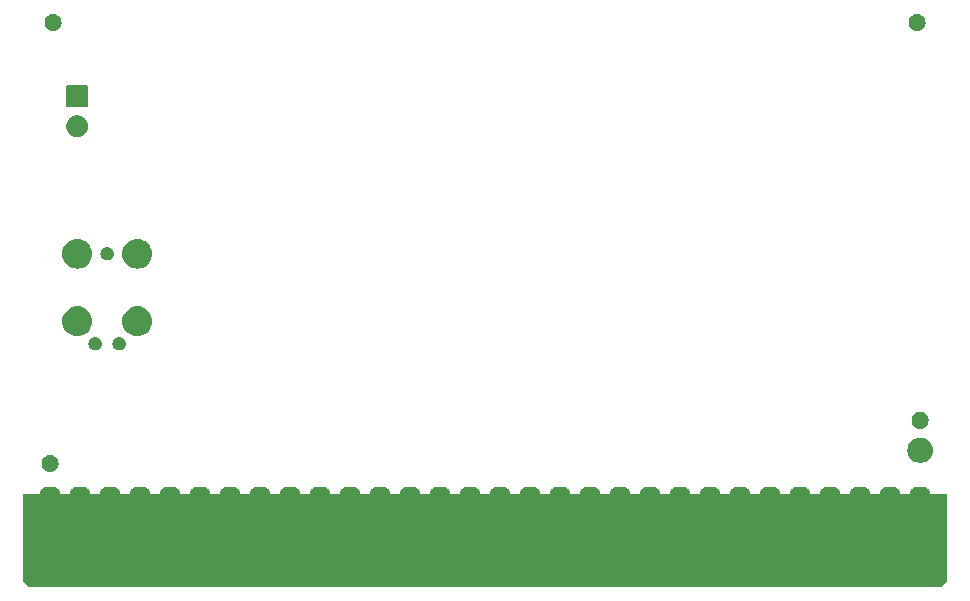
<source format=gbs>
G04 #@! TF.GenerationSoftware,KiCad,Pcbnew,7.0.10*
G04 #@! TF.CreationDate,2024-02-07T20:48:26-05:00*
G04 #@! TF.ProjectId,RAM2E,52414d32-452e-46b6-9963-61645f706362,2.1*
G04 #@! TF.SameCoordinates,Original*
G04 #@! TF.FileFunction,Soldermask,Bot*
G04 #@! TF.FilePolarity,Negative*
%FSLAX46Y46*%
G04 Gerber Fmt 4.6, Leading zero omitted, Abs format (unit mm)*
G04 Created by KiCad (PCBNEW 7.0.10) date 2024-02-07 20:48:26*
%MOMM*%
%LPD*%
G01*
G04 APERTURE LIST*
G04 APERTURE END LIST*
G36*
X201125999Y-131543771D02*
G01*
X201137712Y-131547869D01*
X201148592Y-131549176D01*
X201204857Y-131571364D01*
X201254635Y-131588782D01*
X201261071Y-131593532D01*
X201264788Y-131594998D01*
X201327758Y-131642749D01*
X201364289Y-131669711D01*
X201391259Y-131706253D01*
X201439001Y-131769211D01*
X201440466Y-131772926D01*
X201445218Y-131779365D01*
X201462642Y-131829162D01*
X201484822Y-131885406D01*
X201486127Y-131896280D01*
X201490229Y-131908001D01*
X201498200Y-131993000D01*
X201498200Y-132042804D01*
X201535396Y-132080000D01*
X202324603Y-132080000D01*
X202361800Y-132042803D01*
X202361800Y-131996798D01*
X202361800Y-131993000D01*
X202369771Y-131908001D01*
X202373869Y-131896288D01*
X202375176Y-131885407D01*
X202397367Y-131829133D01*
X202414782Y-131779365D01*
X202419531Y-131772929D01*
X202420998Y-131769211D01*
X202468777Y-131706204D01*
X202495711Y-131669711D01*
X202532204Y-131642777D01*
X202595211Y-131594998D01*
X202598929Y-131593531D01*
X202605365Y-131588782D01*
X202655140Y-131571365D01*
X202711406Y-131549177D01*
X202722284Y-131547870D01*
X202734001Y-131543771D01*
X202819000Y-131535800D01*
X203581000Y-131535800D01*
X203665999Y-131543771D01*
X203677712Y-131547869D01*
X203688592Y-131549176D01*
X203744857Y-131571364D01*
X203794635Y-131588782D01*
X203801071Y-131593532D01*
X203804788Y-131594998D01*
X203867758Y-131642749D01*
X203904289Y-131669711D01*
X203931259Y-131706253D01*
X203979001Y-131769211D01*
X203980466Y-131772926D01*
X203985218Y-131779365D01*
X204002642Y-131829162D01*
X204024822Y-131885406D01*
X204026127Y-131896280D01*
X204030229Y-131908001D01*
X204038200Y-131993000D01*
X204038200Y-132042804D01*
X204075396Y-132080000D01*
X204864603Y-132080000D01*
X204901800Y-132042803D01*
X204901800Y-131996798D01*
X204901800Y-131993000D01*
X204909771Y-131908001D01*
X204913869Y-131896288D01*
X204915176Y-131885407D01*
X204937367Y-131829133D01*
X204954782Y-131779365D01*
X204959531Y-131772929D01*
X204960998Y-131769211D01*
X205008777Y-131706204D01*
X205035711Y-131669711D01*
X205072204Y-131642777D01*
X205135211Y-131594998D01*
X205138929Y-131593531D01*
X205145365Y-131588782D01*
X205195140Y-131571365D01*
X205251406Y-131549177D01*
X205262284Y-131547870D01*
X205274001Y-131543771D01*
X205359000Y-131535800D01*
X206121000Y-131535800D01*
X206205999Y-131543771D01*
X206217712Y-131547869D01*
X206228592Y-131549176D01*
X206284857Y-131571364D01*
X206334635Y-131588782D01*
X206341071Y-131593532D01*
X206344788Y-131594998D01*
X206407758Y-131642749D01*
X206444289Y-131669711D01*
X206471259Y-131706253D01*
X206519001Y-131769211D01*
X206520466Y-131772926D01*
X206525218Y-131779365D01*
X206542642Y-131829162D01*
X206564822Y-131885406D01*
X206566127Y-131896280D01*
X206570229Y-131908001D01*
X206578200Y-131993000D01*
X206578200Y-132042804D01*
X206615396Y-132080000D01*
X207404603Y-132080000D01*
X207441800Y-132042803D01*
X207441800Y-131996798D01*
X207441800Y-131993000D01*
X207449771Y-131908001D01*
X207453869Y-131896288D01*
X207455176Y-131885407D01*
X207477367Y-131829133D01*
X207494782Y-131779365D01*
X207499531Y-131772929D01*
X207500998Y-131769211D01*
X207548777Y-131706204D01*
X207575711Y-131669711D01*
X207612204Y-131642777D01*
X207675211Y-131594998D01*
X207678929Y-131593531D01*
X207685365Y-131588782D01*
X207735140Y-131571365D01*
X207791406Y-131549177D01*
X207802284Y-131547870D01*
X207814001Y-131543771D01*
X207899000Y-131535800D01*
X208661000Y-131535800D01*
X208745999Y-131543771D01*
X208757712Y-131547869D01*
X208768592Y-131549176D01*
X208824857Y-131571364D01*
X208874635Y-131588782D01*
X208881071Y-131593532D01*
X208884788Y-131594998D01*
X208947758Y-131642749D01*
X208984289Y-131669711D01*
X209011259Y-131706253D01*
X209059001Y-131769211D01*
X209060466Y-131772926D01*
X209065218Y-131779365D01*
X209082642Y-131829162D01*
X209104822Y-131885406D01*
X209106127Y-131896280D01*
X209110229Y-131908001D01*
X209118200Y-131993000D01*
X209118200Y-132042804D01*
X209155396Y-132080000D01*
X209944603Y-132080000D01*
X209981800Y-132042803D01*
X209981800Y-131996798D01*
X209981800Y-131993000D01*
X209989771Y-131908001D01*
X209993869Y-131896288D01*
X209995176Y-131885407D01*
X210017367Y-131829133D01*
X210034782Y-131779365D01*
X210039531Y-131772929D01*
X210040998Y-131769211D01*
X210088777Y-131706204D01*
X210115711Y-131669711D01*
X210152204Y-131642777D01*
X210215211Y-131594998D01*
X210218929Y-131593531D01*
X210225365Y-131588782D01*
X210275140Y-131571365D01*
X210331406Y-131549177D01*
X210342284Y-131547870D01*
X210354001Y-131543771D01*
X210439000Y-131535800D01*
X211201000Y-131535800D01*
X211285999Y-131543771D01*
X211297712Y-131547869D01*
X211308592Y-131549176D01*
X211364857Y-131571364D01*
X211414635Y-131588782D01*
X211421071Y-131593532D01*
X211424788Y-131594998D01*
X211487758Y-131642749D01*
X211524289Y-131669711D01*
X211551259Y-131706253D01*
X211599001Y-131769211D01*
X211600466Y-131772926D01*
X211605218Y-131779365D01*
X211622642Y-131829162D01*
X211644822Y-131885406D01*
X211646127Y-131896280D01*
X211650229Y-131908001D01*
X211658200Y-131993000D01*
X211658200Y-132042804D01*
X211695396Y-132080000D01*
X212484603Y-132080000D01*
X212521800Y-132042803D01*
X212521800Y-131996798D01*
X212521800Y-131993000D01*
X212529771Y-131908001D01*
X212533869Y-131896288D01*
X212535176Y-131885407D01*
X212557367Y-131829133D01*
X212574782Y-131779365D01*
X212579531Y-131772929D01*
X212580998Y-131769211D01*
X212628777Y-131706204D01*
X212655711Y-131669711D01*
X212692204Y-131642777D01*
X212755211Y-131594998D01*
X212758929Y-131593531D01*
X212765365Y-131588782D01*
X212815140Y-131571365D01*
X212871406Y-131549177D01*
X212882284Y-131547870D01*
X212894001Y-131543771D01*
X212979000Y-131535800D01*
X213741000Y-131535800D01*
X213825999Y-131543771D01*
X213837712Y-131547869D01*
X213848592Y-131549176D01*
X213904857Y-131571364D01*
X213954635Y-131588782D01*
X213961071Y-131593532D01*
X213964788Y-131594998D01*
X214027758Y-131642749D01*
X214064289Y-131669711D01*
X214091259Y-131706253D01*
X214139001Y-131769211D01*
X214140466Y-131772926D01*
X214145218Y-131779365D01*
X214162642Y-131829162D01*
X214184822Y-131885406D01*
X214186127Y-131896280D01*
X214190229Y-131908001D01*
X214198200Y-131993000D01*
X214198200Y-132042804D01*
X214235396Y-132080000D01*
X215024603Y-132080000D01*
X215061800Y-132042803D01*
X215061800Y-131996798D01*
X215061800Y-131993000D01*
X215069771Y-131908001D01*
X215073869Y-131896288D01*
X215075176Y-131885407D01*
X215097367Y-131829133D01*
X215114782Y-131779365D01*
X215119531Y-131772929D01*
X215120998Y-131769211D01*
X215168777Y-131706204D01*
X215195711Y-131669711D01*
X215232204Y-131642777D01*
X215295211Y-131594998D01*
X215298929Y-131593531D01*
X215305365Y-131588782D01*
X215355140Y-131571365D01*
X215411406Y-131549177D01*
X215422284Y-131547870D01*
X215434001Y-131543771D01*
X215519000Y-131535800D01*
X216281000Y-131535800D01*
X216365999Y-131543771D01*
X216377712Y-131547869D01*
X216388592Y-131549176D01*
X216444857Y-131571364D01*
X216494635Y-131588782D01*
X216501071Y-131593532D01*
X216504788Y-131594998D01*
X216567758Y-131642749D01*
X216604289Y-131669711D01*
X216631259Y-131706253D01*
X216679001Y-131769211D01*
X216680466Y-131772926D01*
X216685218Y-131779365D01*
X216702642Y-131829162D01*
X216724822Y-131885406D01*
X216726127Y-131896280D01*
X216730229Y-131908001D01*
X216738200Y-131993000D01*
X216738200Y-132042804D01*
X216775396Y-132080000D01*
X217564603Y-132080000D01*
X217601800Y-132042803D01*
X217601800Y-131996798D01*
X217601800Y-131993000D01*
X217609771Y-131908001D01*
X217613869Y-131896288D01*
X217615176Y-131885407D01*
X217637367Y-131829133D01*
X217654782Y-131779365D01*
X217659531Y-131772929D01*
X217660998Y-131769211D01*
X217708777Y-131706204D01*
X217735711Y-131669711D01*
X217772204Y-131642777D01*
X217835211Y-131594998D01*
X217838929Y-131593531D01*
X217845365Y-131588782D01*
X217895140Y-131571365D01*
X217951406Y-131549177D01*
X217962284Y-131547870D01*
X217974001Y-131543771D01*
X218059000Y-131535800D01*
X218821000Y-131535800D01*
X218905999Y-131543771D01*
X218917712Y-131547869D01*
X218928592Y-131549176D01*
X218984857Y-131571364D01*
X219034635Y-131588782D01*
X219041071Y-131593532D01*
X219044788Y-131594998D01*
X219107758Y-131642749D01*
X219144289Y-131669711D01*
X219171259Y-131706253D01*
X219219001Y-131769211D01*
X219220466Y-131772926D01*
X219225218Y-131779365D01*
X219242642Y-131829162D01*
X219264822Y-131885406D01*
X219266127Y-131896280D01*
X219270229Y-131908001D01*
X219278200Y-131993000D01*
X219278200Y-132042804D01*
X219315396Y-132080000D01*
X220104603Y-132080000D01*
X220141800Y-132042803D01*
X220141800Y-131996798D01*
X220141800Y-131993000D01*
X220149771Y-131908001D01*
X220153869Y-131896288D01*
X220155176Y-131885407D01*
X220177367Y-131829133D01*
X220194782Y-131779365D01*
X220199531Y-131772929D01*
X220200998Y-131769211D01*
X220248777Y-131706204D01*
X220275711Y-131669711D01*
X220312204Y-131642777D01*
X220375211Y-131594998D01*
X220378929Y-131593531D01*
X220385365Y-131588782D01*
X220435140Y-131571365D01*
X220491406Y-131549177D01*
X220502284Y-131547870D01*
X220514001Y-131543771D01*
X220599000Y-131535800D01*
X221361000Y-131535800D01*
X221445999Y-131543771D01*
X221457712Y-131547869D01*
X221468592Y-131549176D01*
X221524857Y-131571364D01*
X221574635Y-131588782D01*
X221581071Y-131593532D01*
X221584788Y-131594998D01*
X221647758Y-131642749D01*
X221684289Y-131669711D01*
X221711259Y-131706253D01*
X221759001Y-131769211D01*
X221760466Y-131772926D01*
X221765218Y-131779365D01*
X221782642Y-131829162D01*
X221804822Y-131885406D01*
X221806127Y-131896280D01*
X221810229Y-131908001D01*
X221818200Y-131993000D01*
X221818200Y-132042804D01*
X221855396Y-132080000D01*
X222644603Y-132080000D01*
X222681800Y-132042803D01*
X222681800Y-131996798D01*
X222681800Y-131993000D01*
X222689771Y-131908001D01*
X222693869Y-131896288D01*
X222695176Y-131885407D01*
X222717367Y-131829133D01*
X222734782Y-131779365D01*
X222739531Y-131772929D01*
X222740998Y-131769211D01*
X222788777Y-131706204D01*
X222815711Y-131669711D01*
X222852204Y-131642777D01*
X222915211Y-131594998D01*
X222918929Y-131593531D01*
X222925365Y-131588782D01*
X222975140Y-131571365D01*
X223031406Y-131549177D01*
X223042284Y-131547870D01*
X223054001Y-131543771D01*
X223139000Y-131535800D01*
X223901000Y-131535800D01*
X223985999Y-131543771D01*
X223997712Y-131547869D01*
X224008592Y-131549176D01*
X224064857Y-131571364D01*
X224114635Y-131588782D01*
X224121071Y-131593532D01*
X224124788Y-131594998D01*
X224187758Y-131642749D01*
X224224289Y-131669711D01*
X224251259Y-131706253D01*
X224299001Y-131769211D01*
X224300466Y-131772926D01*
X224305218Y-131779365D01*
X224322642Y-131829162D01*
X224344822Y-131885406D01*
X224346127Y-131896280D01*
X224350229Y-131908001D01*
X224358200Y-131993000D01*
X224358200Y-132042804D01*
X224395396Y-132080000D01*
X225184603Y-132080000D01*
X225221800Y-132042803D01*
X225221800Y-131996798D01*
X225221800Y-131993000D01*
X225229771Y-131908001D01*
X225233869Y-131896288D01*
X225235176Y-131885407D01*
X225257367Y-131829133D01*
X225274782Y-131779365D01*
X225279531Y-131772929D01*
X225280998Y-131769211D01*
X225328777Y-131706204D01*
X225355711Y-131669711D01*
X225392204Y-131642777D01*
X225455211Y-131594998D01*
X225458929Y-131593531D01*
X225465365Y-131588782D01*
X225515140Y-131571365D01*
X225571406Y-131549177D01*
X225582284Y-131547870D01*
X225594001Y-131543771D01*
X225679000Y-131535800D01*
X226441000Y-131535800D01*
X226525999Y-131543771D01*
X226537712Y-131547869D01*
X226548592Y-131549176D01*
X226604857Y-131571364D01*
X226654635Y-131588782D01*
X226661071Y-131593532D01*
X226664788Y-131594998D01*
X226727758Y-131642749D01*
X226764289Y-131669711D01*
X226791259Y-131706253D01*
X226839001Y-131769211D01*
X226840466Y-131772926D01*
X226845218Y-131779365D01*
X226862642Y-131829162D01*
X226884822Y-131885406D01*
X226886127Y-131896280D01*
X226890229Y-131908001D01*
X226898200Y-131993000D01*
X226898200Y-132042804D01*
X226935396Y-132080000D01*
X227724603Y-132080000D01*
X227761800Y-132042803D01*
X227761800Y-131996798D01*
X227761800Y-131993000D01*
X227769771Y-131908001D01*
X227773869Y-131896288D01*
X227775176Y-131885407D01*
X227797367Y-131829133D01*
X227814782Y-131779365D01*
X227819531Y-131772929D01*
X227820998Y-131769211D01*
X227868777Y-131706204D01*
X227895711Y-131669711D01*
X227932204Y-131642777D01*
X227995211Y-131594998D01*
X227998929Y-131593531D01*
X228005365Y-131588782D01*
X228055140Y-131571365D01*
X228111406Y-131549177D01*
X228122284Y-131547870D01*
X228134001Y-131543771D01*
X228219000Y-131535800D01*
X228981000Y-131535800D01*
X229065999Y-131543771D01*
X229077712Y-131547869D01*
X229088592Y-131549176D01*
X229144857Y-131571364D01*
X229194635Y-131588782D01*
X229201071Y-131593532D01*
X229204788Y-131594998D01*
X229267758Y-131642749D01*
X229304289Y-131669711D01*
X229331259Y-131706253D01*
X229379001Y-131769211D01*
X229380466Y-131772926D01*
X229385218Y-131779365D01*
X229402642Y-131829162D01*
X229424822Y-131885406D01*
X229426127Y-131896280D01*
X229430229Y-131908001D01*
X229438200Y-131993000D01*
X229438200Y-132042804D01*
X229475396Y-132080000D01*
X230264603Y-132080000D01*
X230301800Y-132042803D01*
X230301800Y-131996798D01*
X230301800Y-131993000D01*
X230309771Y-131908001D01*
X230313869Y-131896288D01*
X230315176Y-131885407D01*
X230337367Y-131829133D01*
X230354782Y-131779365D01*
X230359531Y-131772929D01*
X230360998Y-131769211D01*
X230408777Y-131706204D01*
X230435711Y-131669711D01*
X230472204Y-131642777D01*
X230535211Y-131594998D01*
X230538929Y-131593531D01*
X230545365Y-131588782D01*
X230595140Y-131571365D01*
X230651406Y-131549177D01*
X230662284Y-131547870D01*
X230674001Y-131543771D01*
X230759000Y-131535800D01*
X231521000Y-131535800D01*
X231605999Y-131543771D01*
X231617712Y-131547869D01*
X231628592Y-131549176D01*
X231684857Y-131571364D01*
X231734635Y-131588782D01*
X231741071Y-131593532D01*
X231744788Y-131594998D01*
X231807758Y-131642749D01*
X231844289Y-131669711D01*
X231871259Y-131706253D01*
X231919001Y-131769211D01*
X231920466Y-131772926D01*
X231925218Y-131779365D01*
X231942642Y-131829162D01*
X231964822Y-131885406D01*
X231966127Y-131896280D01*
X231970229Y-131908001D01*
X231978200Y-131993000D01*
X231978200Y-132042804D01*
X232015396Y-132080000D01*
X232804603Y-132080000D01*
X232841800Y-132042803D01*
X232841800Y-131996798D01*
X232841800Y-131993000D01*
X232849771Y-131908001D01*
X232853869Y-131896288D01*
X232855176Y-131885407D01*
X232877367Y-131829133D01*
X232894782Y-131779365D01*
X232899531Y-131772929D01*
X232900998Y-131769211D01*
X232948777Y-131706204D01*
X232975711Y-131669711D01*
X233012204Y-131642777D01*
X233075211Y-131594998D01*
X233078929Y-131593531D01*
X233085365Y-131588782D01*
X233135140Y-131571365D01*
X233191406Y-131549177D01*
X233202284Y-131547870D01*
X233214001Y-131543771D01*
X233299000Y-131535800D01*
X234061000Y-131535800D01*
X234145999Y-131543771D01*
X234157712Y-131547869D01*
X234168592Y-131549176D01*
X234224857Y-131571364D01*
X234274635Y-131588782D01*
X234281071Y-131593532D01*
X234284788Y-131594998D01*
X234347758Y-131642749D01*
X234384289Y-131669711D01*
X234411259Y-131706253D01*
X234459001Y-131769211D01*
X234460466Y-131772926D01*
X234465218Y-131779365D01*
X234482642Y-131829162D01*
X234504822Y-131885406D01*
X234506127Y-131896280D01*
X234510229Y-131908001D01*
X234518200Y-131993000D01*
X234518200Y-132042804D01*
X234555396Y-132080000D01*
X235344603Y-132080000D01*
X235381800Y-132042803D01*
X235381800Y-131996798D01*
X235381800Y-131993000D01*
X235389771Y-131908001D01*
X235393869Y-131896288D01*
X235395176Y-131885407D01*
X235417367Y-131829133D01*
X235434782Y-131779365D01*
X235439531Y-131772929D01*
X235440998Y-131769211D01*
X235488777Y-131706204D01*
X235515711Y-131669711D01*
X235552204Y-131642777D01*
X235615211Y-131594998D01*
X235618929Y-131593531D01*
X235625365Y-131588782D01*
X235675140Y-131571365D01*
X235731406Y-131549177D01*
X235742284Y-131547870D01*
X235754001Y-131543771D01*
X235839000Y-131535800D01*
X236601000Y-131535800D01*
X236685999Y-131543771D01*
X236697712Y-131547869D01*
X236708592Y-131549176D01*
X236764857Y-131571364D01*
X236814635Y-131588782D01*
X236821071Y-131593532D01*
X236824788Y-131594998D01*
X236887758Y-131642749D01*
X236924289Y-131669711D01*
X236951259Y-131706253D01*
X236999001Y-131769211D01*
X237000466Y-131772926D01*
X237005218Y-131779365D01*
X237022642Y-131829162D01*
X237044822Y-131885406D01*
X237046127Y-131896280D01*
X237050229Y-131908001D01*
X237058200Y-131993000D01*
X237058200Y-132042804D01*
X237095396Y-132080000D01*
X237884603Y-132080000D01*
X237921800Y-132042803D01*
X237921800Y-131996798D01*
X237921800Y-131993000D01*
X237929771Y-131908001D01*
X237933869Y-131896288D01*
X237935176Y-131885407D01*
X237957367Y-131829133D01*
X237974782Y-131779365D01*
X237979531Y-131772929D01*
X237980998Y-131769211D01*
X238028777Y-131706204D01*
X238055711Y-131669711D01*
X238092204Y-131642777D01*
X238155211Y-131594998D01*
X238158929Y-131593531D01*
X238165365Y-131588782D01*
X238215140Y-131571365D01*
X238271406Y-131549177D01*
X238282284Y-131547870D01*
X238294001Y-131543771D01*
X238379000Y-131535800D01*
X239141000Y-131535800D01*
X239225999Y-131543771D01*
X239237712Y-131547869D01*
X239248592Y-131549176D01*
X239304857Y-131571364D01*
X239354635Y-131588782D01*
X239361071Y-131593532D01*
X239364788Y-131594998D01*
X239427758Y-131642749D01*
X239464289Y-131669711D01*
X239491259Y-131706253D01*
X239539001Y-131769211D01*
X239540466Y-131772926D01*
X239545218Y-131779365D01*
X239562642Y-131829162D01*
X239584822Y-131885406D01*
X239586127Y-131896280D01*
X239590229Y-131908001D01*
X239598200Y-131993000D01*
X239598200Y-132042804D01*
X239635396Y-132080000D01*
X240424603Y-132080000D01*
X240461800Y-132042803D01*
X240461800Y-131996798D01*
X240461800Y-131993000D01*
X240469771Y-131908001D01*
X240473869Y-131896288D01*
X240475176Y-131885407D01*
X240497367Y-131829133D01*
X240514782Y-131779365D01*
X240519531Y-131772929D01*
X240520998Y-131769211D01*
X240568777Y-131706204D01*
X240595711Y-131669711D01*
X240632204Y-131642777D01*
X240695211Y-131594998D01*
X240698929Y-131593531D01*
X240705365Y-131588782D01*
X240755140Y-131571365D01*
X240811406Y-131549177D01*
X240822284Y-131547870D01*
X240834001Y-131543771D01*
X240919000Y-131535800D01*
X241681000Y-131535800D01*
X241765999Y-131543771D01*
X241777712Y-131547869D01*
X241788592Y-131549176D01*
X241844857Y-131571364D01*
X241894635Y-131588782D01*
X241901071Y-131593532D01*
X241904788Y-131594998D01*
X241967758Y-131642749D01*
X242004289Y-131669711D01*
X242031259Y-131706253D01*
X242079001Y-131769211D01*
X242080466Y-131772926D01*
X242085218Y-131779365D01*
X242102642Y-131829162D01*
X242124822Y-131885406D01*
X242126127Y-131896280D01*
X242130229Y-131908001D01*
X242138200Y-131993000D01*
X242138200Y-132042804D01*
X242175396Y-132080000D01*
X242964603Y-132080000D01*
X243001800Y-132042803D01*
X243001800Y-131996798D01*
X243001800Y-131993000D01*
X243009771Y-131908001D01*
X243013869Y-131896288D01*
X243015176Y-131885407D01*
X243037367Y-131829133D01*
X243054782Y-131779365D01*
X243059531Y-131772929D01*
X243060998Y-131769211D01*
X243108777Y-131706204D01*
X243135711Y-131669711D01*
X243172204Y-131642777D01*
X243235211Y-131594998D01*
X243238929Y-131593531D01*
X243245365Y-131588782D01*
X243295140Y-131571365D01*
X243351406Y-131549177D01*
X243362284Y-131547870D01*
X243374001Y-131543771D01*
X243459000Y-131535800D01*
X244221000Y-131535800D01*
X244305999Y-131543771D01*
X244317712Y-131547869D01*
X244328592Y-131549176D01*
X244384857Y-131571364D01*
X244434635Y-131588782D01*
X244441071Y-131593532D01*
X244444788Y-131594998D01*
X244507758Y-131642749D01*
X244544289Y-131669711D01*
X244571259Y-131706253D01*
X244619001Y-131769211D01*
X244620466Y-131772926D01*
X244625218Y-131779365D01*
X244642642Y-131829162D01*
X244664822Y-131885406D01*
X244666127Y-131896280D01*
X244670229Y-131908001D01*
X244678200Y-131993000D01*
X244678200Y-132042804D01*
X244715396Y-132080000D01*
X245504603Y-132080000D01*
X245541800Y-132042803D01*
X245541800Y-131996798D01*
X245541800Y-131993000D01*
X245549771Y-131908001D01*
X245553869Y-131896288D01*
X245555176Y-131885407D01*
X245577367Y-131829133D01*
X245594782Y-131779365D01*
X245599531Y-131772929D01*
X245600998Y-131769211D01*
X245648777Y-131706204D01*
X245675711Y-131669711D01*
X245712204Y-131642777D01*
X245775211Y-131594998D01*
X245778929Y-131593531D01*
X245785365Y-131588782D01*
X245835140Y-131571365D01*
X245891406Y-131549177D01*
X245902284Y-131547870D01*
X245914001Y-131543771D01*
X245999000Y-131535800D01*
X246761000Y-131535800D01*
X246845999Y-131543771D01*
X246857712Y-131547869D01*
X246868592Y-131549176D01*
X246924857Y-131571364D01*
X246974635Y-131588782D01*
X246981071Y-131593532D01*
X246984788Y-131594998D01*
X247047758Y-131642749D01*
X247084289Y-131669711D01*
X247111259Y-131706253D01*
X247159001Y-131769211D01*
X247160466Y-131772926D01*
X247165218Y-131779365D01*
X247182642Y-131829162D01*
X247204822Y-131885406D01*
X247206127Y-131896280D01*
X247210229Y-131908001D01*
X247218200Y-131993000D01*
X247218200Y-132042804D01*
X247255396Y-132080000D01*
X248044603Y-132080000D01*
X248081800Y-132042803D01*
X248081800Y-131996798D01*
X248081800Y-131993000D01*
X248089771Y-131908001D01*
X248093869Y-131896288D01*
X248095176Y-131885407D01*
X248117367Y-131829133D01*
X248134782Y-131779365D01*
X248139531Y-131772929D01*
X248140998Y-131769211D01*
X248188777Y-131706204D01*
X248215711Y-131669711D01*
X248252204Y-131642777D01*
X248315211Y-131594998D01*
X248318929Y-131593531D01*
X248325365Y-131588782D01*
X248375140Y-131571365D01*
X248431406Y-131549177D01*
X248442284Y-131547870D01*
X248454001Y-131543771D01*
X248539000Y-131535800D01*
X249301000Y-131535800D01*
X249385999Y-131543771D01*
X249397712Y-131547869D01*
X249408592Y-131549176D01*
X249464857Y-131571364D01*
X249514635Y-131588782D01*
X249521071Y-131593532D01*
X249524788Y-131594998D01*
X249587758Y-131642749D01*
X249624289Y-131669711D01*
X249651259Y-131706253D01*
X249699001Y-131769211D01*
X249700466Y-131772926D01*
X249705218Y-131779365D01*
X249722642Y-131829162D01*
X249744822Y-131885406D01*
X249746127Y-131896280D01*
X249750229Y-131908001D01*
X249758200Y-131993000D01*
X249758200Y-132042804D01*
X249795396Y-132080000D01*
X250584603Y-132080000D01*
X250621800Y-132042803D01*
X250621800Y-131996798D01*
X250621800Y-131993000D01*
X250629771Y-131908001D01*
X250633869Y-131896288D01*
X250635176Y-131885407D01*
X250657367Y-131829133D01*
X250674782Y-131779365D01*
X250679531Y-131772929D01*
X250680998Y-131769211D01*
X250728777Y-131706204D01*
X250755711Y-131669711D01*
X250792204Y-131642777D01*
X250855211Y-131594998D01*
X250858929Y-131593531D01*
X250865365Y-131588782D01*
X250915140Y-131571365D01*
X250971406Y-131549177D01*
X250982284Y-131547870D01*
X250994001Y-131543771D01*
X251079000Y-131535800D01*
X251841000Y-131535800D01*
X251925999Y-131543771D01*
X251937712Y-131547869D01*
X251948592Y-131549176D01*
X252004857Y-131571364D01*
X252054635Y-131588782D01*
X252061071Y-131593532D01*
X252064788Y-131594998D01*
X252127758Y-131642749D01*
X252164289Y-131669711D01*
X252191259Y-131706253D01*
X252239001Y-131769211D01*
X252240466Y-131772926D01*
X252245218Y-131779365D01*
X252262642Y-131829162D01*
X252284822Y-131885406D01*
X252286127Y-131896280D01*
X252290229Y-131908001D01*
X252298200Y-131993000D01*
X252298200Y-132042804D01*
X252335396Y-132080000D01*
X253124603Y-132080000D01*
X253161800Y-132042803D01*
X253161800Y-131996798D01*
X253161800Y-131993000D01*
X253169771Y-131908001D01*
X253173869Y-131896288D01*
X253175176Y-131885407D01*
X253197367Y-131829133D01*
X253214782Y-131779365D01*
X253219531Y-131772929D01*
X253220998Y-131769211D01*
X253268777Y-131706204D01*
X253295711Y-131669711D01*
X253332204Y-131642777D01*
X253395211Y-131594998D01*
X253398929Y-131593531D01*
X253405365Y-131588782D01*
X253455140Y-131571365D01*
X253511406Y-131549177D01*
X253522284Y-131547870D01*
X253534001Y-131543771D01*
X253619000Y-131535800D01*
X254381000Y-131535800D01*
X254465999Y-131543771D01*
X254477712Y-131547869D01*
X254488592Y-131549176D01*
X254544857Y-131571364D01*
X254594635Y-131588782D01*
X254601071Y-131593532D01*
X254604788Y-131594998D01*
X254667758Y-131642749D01*
X254704289Y-131669711D01*
X254731259Y-131706253D01*
X254779001Y-131769211D01*
X254780466Y-131772926D01*
X254785218Y-131779365D01*
X254802642Y-131829162D01*
X254824822Y-131885406D01*
X254826127Y-131896280D01*
X254830229Y-131908001D01*
X254838200Y-131993000D01*
X254838200Y-132042804D01*
X254875396Y-132080000D01*
X255664603Y-132080000D01*
X255701800Y-132042803D01*
X255701800Y-131996798D01*
X255701800Y-131993000D01*
X255709771Y-131908001D01*
X255713869Y-131896288D01*
X255715176Y-131885407D01*
X255737367Y-131829133D01*
X255754782Y-131779365D01*
X255759531Y-131772929D01*
X255760998Y-131769211D01*
X255808777Y-131706204D01*
X255835711Y-131669711D01*
X255872204Y-131642777D01*
X255935211Y-131594998D01*
X255938929Y-131593531D01*
X255945365Y-131588782D01*
X255995140Y-131571365D01*
X256051406Y-131549177D01*
X256062284Y-131547870D01*
X256074001Y-131543771D01*
X256159000Y-131535800D01*
X256921000Y-131535800D01*
X257005999Y-131543771D01*
X257017712Y-131547869D01*
X257028592Y-131549176D01*
X257084857Y-131571364D01*
X257134635Y-131588782D01*
X257141071Y-131593532D01*
X257144788Y-131594998D01*
X257207758Y-131642749D01*
X257244289Y-131669711D01*
X257271259Y-131706253D01*
X257319001Y-131769211D01*
X257320466Y-131772926D01*
X257325218Y-131779365D01*
X257342642Y-131829162D01*
X257364822Y-131885406D01*
X257366127Y-131896280D01*
X257370229Y-131908001D01*
X257378200Y-131993000D01*
X257378200Y-132042804D01*
X257415396Y-132080000D01*
X258204603Y-132080000D01*
X258241800Y-132042803D01*
X258241800Y-131996798D01*
X258241800Y-131993000D01*
X258249771Y-131908001D01*
X258253869Y-131896288D01*
X258255176Y-131885407D01*
X258277367Y-131829133D01*
X258294782Y-131779365D01*
X258299531Y-131772929D01*
X258300998Y-131769211D01*
X258348777Y-131706204D01*
X258375711Y-131669711D01*
X258412204Y-131642777D01*
X258475211Y-131594998D01*
X258478929Y-131593531D01*
X258485365Y-131588782D01*
X258535140Y-131571365D01*
X258591406Y-131549177D01*
X258602284Y-131547870D01*
X258614001Y-131543771D01*
X258699000Y-131535800D01*
X259461000Y-131535800D01*
X259545999Y-131543771D01*
X259557712Y-131547869D01*
X259568592Y-131549176D01*
X259624857Y-131571364D01*
X259674635Y-131588782D01*
X259681071Y-131593532D01*
X259684788Y-131594998D01*
X259747758Y-131642749D01*
X259784289Y-131669711D01*
X259811259Y-131706253D01*
X259859001Y-131769211D01*
X259860466Y-131772926D01*
X259865218Y-131779365D01*
X259882642Y-131829162D01*
X259904822Y-131885406D01*
X259906127Y-131896280D01*
X259910229Y-131908001D01*
X259918200Y-131993000D01*
X259918200Y-132042804D01*
X259955396Y-132080000D01*
X260744603Y-132080000D01*
X260781800Y-132042803D01*
X260781800Y-131996798D01*
X260781800Y-131993000D01*
X260789771Y-131908001D01*
X260793869Y-131896288D01*
X260795176Y-131885407D01*
X260817367Y-131829133D01*
X260834782Y-131779365D01*
X260839531Y-131772929D01*
X260840998Y-131769211D01*
X260888777Y-131706204D01*
X260915711Y-131669711D01*
X260952204Y-131642777D01*
X261015211Y-131594998D01*
X261018929Y-131593531D01*
X261025365Y-131588782D01*
X261075140Y-131571365D01*
X261131406Y-131549177D01*
X261142284Y-131547870D01*
X261154001Y-131543771D01*
X261239000Y-131535800D01*
X262001000Y-131535800D01*
X262085999Y-131543771D01*
X262097712Y-131547869D01*
X262108592Y-131549176D01*
X262164857Y-131571364D01*
X262214635Y-131588782D01*
X262221071Y-131593532D01*
X262224788Y-131594998D01*
X262287758Y-131642749D01*
X262324289Y-131669711D01*
X262351259Y-131706253D01*
X262399001Y-131769211D01*
X262400466Y-131772926D01*
X262405218Y-131779365D01*
X262422642Y-131829162D01*
X262444822Y-131885406D01*
X262446127Y-131896280D01*
X262450229Y-131908001D01*
X262458200Y-131993000D01*
X262458200Y-132042804D01*
X262495396Y-132080000D01*
X263284603Y-132080000D01*
X263321800Y-132042803D01*
X263321800Y-131996798D01*
X263321800Y-131993000D01*
X263329771Y-131908001D01*
X263333869Y-131896288D01*
X263335176Y-131885407D01*
X263357367Y-131829133D01*
X263374782Y-131779365D01*
X263379531Y-131772929D01*
X263380998Y-131769211D01*
X263428777Y-131706204D01*
X263455711Y-131669711D01*
X263492204Y-131642777D01*
X263555211Y-131594998D01*
X263558929Y-131593531D01*
X263565365Y-131588782D01*
X263615140Y-131571365D01*
X263671406Y-131549177D01*
X263682284Y-131547870D01*
X263694001Y-131543771D01*
X263779000Y-131535800D01*
X264541000Y-131535800D01*
X264625999Y-131543771D01*
X264637712Y-131547869D01*
X264648592Y-131549176D01*
X264704857Y-131571364D01*
X264754635Y-131588782D01*
X264761071Y-131593532D01*
X264764788Y-131594998D01*
X264827758Y-131642749D01*
X264864289Y-131669711D01*
X264891259Y-131706253D01*
X264939001Y-131769211D01*
X264940466Y-131772926D01*
X264945218Y-131779365D01*
X264962642Y-131829162D01*
X264984822Y-131885406D01*
X264986127Y-131896280D01*
X264990229Y-131908001D01*
X264998200Y-131993000D01*
X264998200Y-132042804D01*
X265035396Y-132080000D01*
X265824603Y-132080000D01*
X265861800Y-132042803D01*
X265861800Y-131996798D01*
X265861800Y-131993000D01*
X265869771Y-131908001D01*
X265873869Y-131896288D01*
X265875176Y-131885407D01*
X265897367Y-131829133D01*
X265914782Y-131779365D01*
X265919531Y-131772929D01*
X265920998Y-131769211D01*
X265968777Y-131706204D01*
X265995711Y-131669711D01*
X266032204Y-131642777D01*
X266095211Y-131594998D01*
X266098929Y-131593531D01*
X266105365Y-131588782D01*
X266155140Y-131571365D01*
X266211406Y-131549177D01*
X266222284Y-131547870D01*
X266234001Y-131543771D01*
X266319000Y-131535800D01*
X267081000Y-131535800D01*
X267165999Y-131543771D01*
X267177712Y-131547869D01*
X267188592Y-131549176D01*
X267244857Y-131571364D01*
X267294635Y-131588782D01*
X267301071Y-131593532D01*
X267304788Y-131594998D01*
X267367758Y-131642749D01*
X267404289Y-131669711D01*
X267431259Y-131706253D01*
X267479001Y-131769211D01*
X267480466Y-131772926D01*
X267485218Y-131779365D01*
X267502642Y-131829162D01*
X267524822Y-131885406D01*
X267526127Y-131896280D01*
X267530229Y-131908001D01*
X267538200Y-131993000D01*
X267538200Y-132042804D01*
X267575396Y-132080000D01*
X268364603Y-132080000D01*
X268401800Y-132042803D01*
X268401800Y-131996798D01*
X268401800Y-131993000D01*
X268409771Y-131908001D01*
X268413869Y-131896288D01*
X268415176Y-131885407D01*
X268437367Y-131829133D01*
X268454782Y-131779365D01*
X268459531Y-131772929D01*
X268460998Y-131769211D01*
X268508777Y-131706204D01*
X268535711Y-131669711D01*
X268572204Y-131642777D01*
X268635211Y-131594998D01*
X268638929Y-131593531D01*
X268645365Y-131588782D01*
X268695140Y-131571365D01*
X268751406Y-131549177D01*
X268762284Y-131547870D01*
X268774001Y-131543771D01*
X268859000Y-131535800D01*
X269621000Y-131535800D01*
X269705999Y-131543771D01*
X269717712Y-131547869D01*
X269728592Y-131549176D01*
X269784857Y-131571364D01*
X269834635Y-131588782D01*
X269841071Y-131593532D01*
X269844788Y-131594998D01*
X269907758Y-131642749D01*
X269944289Y-131669711D01*
X269971259Y-131706253D01*
X270019001Y-131769211D01*
X270020466Y-131772926D01*
X270025218Y-131779365D01*
X270042642Y-131829162D01*
X270064822Y-131885406D01*
X270066127Y-131896280D01*
X270070229Y-131908001D01*
X270078200Y-131993000D01*
X270078200Y-132042804D01*
X270115396Y-132080000D01*
X270904603Y-132080000D01*
X270941800Y-132042803D01*
X270941800Y-131996798D01*
X270941800Y-131993000D01*
X270949771Y-131908001D01*
X270953869Y-131896288D01*
X270955176Y-131885407D01*
X270977367Y-131829133D01*
X270994782Y-131779365D01*
X270999531Y-131772929D01*
X271000998Y-131769211D01*
X271048777Y-131706204D01*
X271075711Y-131669711D01*
X271112204Y-131642777D01*
X271175211Y-131594998D01*
X271178929Y-131593531D01*
X271185365Y-131588782D01*
X271235140Y-131571365D01*
X271291406Y-131549177D01*
X271302284Y-131547870D01*
X271314001Y-131543771D01*
X271399000Y-131535800D01*
X272161000Y-131535800D01*
X272245999Y-131543771D01*
X272257712Y-131547869D01*
X272268592Y-131549176D01*
X272324857Y-131571364D01*
X272374635Y-131588782D01*
X272381071Y-131593532D01*
X272384788Y-131594998D01*
X272447758Y-131642749D01*
X272484289Y-131669711D01*
X272511259Y-131706253D01*
X272559001Y-131769211D01*
X272560466Y-131772926D01*
X272565218Y-131779365D01*
X272582642Y-131829162D01*
X272604822Y-131885406D01*
X272606127Y-131896280D01*
X272610229Y-131908001D01*
X272618200Y-131993000D01*
X272618200Y-132042804D01*
X272655396Y-132080000D01*
X273444603Y-132080000D01*
X273481800Y-132042803D01*
X273481800Y-131996798D01*
X273481800Y-131993000D01*
X273489771Y-131908001D01*
X273493869Y-131896288D01*
X273495176Y-131885407D01*
X273517367Y-131829133D01*
X273534782Y-131779365D01*
X273539531Y-131772929D01*
X273540998Y-131769211D01*
X273588777Y-131706204D01*
X273615711Y-131669711D01*
X273652204Y-131642777D01*
X273715211Y-131594998D01*
X273718929Y-131593531D01*
X273725365Y-131588782D01*
X273775140Y-131571365D01*
X273831406Y-131549177D01*
X273842284Y-131547870D01*
X273854001Y-131543771D01*
X273939000Y-131535800D01*
X274701000Y-131535800D01*
X274785999Y-131543771D01*
X274797712Y-131547869D01*
X274808592Y-131549176D01*
X274864857Y-131571364D01*
X274914635Y-131588782D01*
X274921071Y-131593532D01*
X274924788Y-131594998D01*
X274987758Y-131642749D01*
X275024289Y-131669711D01*
X275051259Y-131706253D01*
X275099001Y-131769211D01*
X275100466Y-131772926D01*
X275105218Y-131779365D01*
X275122642Y-131829162D01*
X275144822Y-131885406D01*
X275146127Y-131896280D01*
X275150229Y-131908001D01*
X275158200Y-131993000D01*
X275158200Y-132042804D01*
X275195396Y-132080000D01*
X276606000Y-132080000D01*
X276606000Y-139446000D01*
X276098000Y-139954000D01*
X276085372Y-139954000D01*
X198894631Y-139954000D01*
X198882000Y-139954000D01*
X198374000Y-139446000D01*
X198374000Y-132080000D01*
X199784603Y-132080000D01*
X199821800Y-132042803D01*
X199821800Y-131996798D01*
X199821800Y-131993000D01*
X199829771Y-131908001D01*
X199833869Y-131896288D01*
X199835176Y-131885407D01*
X199857367Y-131829133D01*
X199874782Y-131779365D01*
X199879531Y-131772929D01*
X199880998Y-131769211D01*
X199928777Y-131706204D01*
X199955711Y-131669711D01*
X199992204Y-131642777D01*
X200055211Y-131594998D01*
X200058929Y-131593531D01*
X200065365Y-131588782D01*
X200115140Y-131571365D01*
X200171406Y-131549177D01*
X200182284Y-131547870D01*
X200194001Y-131543771D01*
X200279000Y-131535800D01*
X201041000Y-131535800D01*
X201125999Y-131543771D01*
G37*
G36*
X200821105Y-128834152D02*
G01*
X200974132Y-128887699D01*
X201111407Y-128973954D01*
X201226046Y-129088593D01*
X201312301Y-129225868D01*
X201365848Y-129378895D01*
X201384000Y-129540000D01*
X201365848Y-129701105D01*
X201312301Y-129854132D01*
X201226046Y-129991407D01*
X201111407Y-130106046D01*
X200974132Y-130192301D01*
X200821105Y-130245848D01*
X200660000Y-130264000D01*
X200498895Y-130245848D01*
X200345868Y-130192301D01*
X200208593Y-130106046D01*
X200093954Y-129991407D01*
X200007699Y-129854132D01*
X199954152Y-129701105D01*
X199936000Y-129540000D01*
X199954152Y-129378895D01*
X200007699Y-129225868D01*
X200093954Y-129088593D01*
X200208593Y-128973954D01*
X200345868Y-128887699D01*
X200498895Y-128834152D01*
X200660000Y-128816000D01*
X200821105Y-128834152D01*
G37*
G36*
X274614516Y-127361883D02*
G01*
X274799704Y-127433625D01*
X274968555Y-127538174D01*
X275115321Y-127671969D01*
X275235004Y-127830454D01*
X275323527Y-128008232D01*
X275377876Y-128199249D01*
X275396200Y-128397000D01*
X275377876Y-128594751D01*
X275323527Y-128785768D01*
X275235004Y-128963546D01*
X275115321Y-129122031D01*
X274968555Y-129255826D01*
X274799704Y-129360375D01*
X274614516Y-129432117D01*
X274419299Y-129468609D01*
X274220701Y-129468609D01*
X274025484Y-129432117D01*
X273840296Y-129360375D01*
X273671445Y-129255826D01*
X273524679Y-129122031D01*
X273404996Y-128963546D01*
X273316473Y-128785768D01*
X273262124Y-128594751D01*
X273243800Y-128397000D01*
X273262124Y-128199249D01*
X273316473Y-128008232D01*
X273404996Y-127830454D01*
X273524679Y-127671969D01*
X273671445Y-127538174D01*
X273840296Y-127433625D01*
X274025484Y-127361883D01*
X274220701Y-127325391D01*
X274419299Y-127325391D01*
X274614516Y-127361883D01*
G37*
G36*
X274481105Y-125151152D02*
G01*
X274634132Y-125204699D01*
X274771407Y-125290954D01*
X274886046Y-125405593D01*
X274972301Y-125542868D01*
X275025848Y-125695895D01*
X275044000Y-125857000D01*
X275025848Y-126018105D01*
X274972301Y-126171132D01*
X274886046Y-126308407D01*
X274771407Y-126423046D01*
X274634132Y-126509301D01*
X274481105Y-126562848D01*
X274320000Y-126581000D01*
X274158895Y-126562848D01*
X274005868Y-126509301D01*
X273868593Y-126423046D01*
X273753954Y-126308407D01*
X273667699Y-126171132D01*
X273614152Y-126018105D01*
X273596000Y-125857000D01*
X273614152Y-125695895D01*
X273667699Y-125542868D01*
X273753954Y-125405593D01*
X273868593Y-125290954D01*
X274005868Y-125204699D01*
X274158895Y-125151152D01*
X274320000Y-125133000D01*
X274481105Y-125151152D01*
G37*
G36*
X204505169Y-118813130D02*
G01*
X204538830Y-118813130D01*
X204577423Y-118822642D01*
X204617915Y-118827973D01*
X204645633Y-118839454D01*
X204672491Y-118846074D01*
X204713213Y-118867446D01*
X204755750Y-118885066D01*
X204775156Y-118899957D01*
X204794383Y-118910048D01*
X204833690Y-118944871D01*
X204874112Y-118975888D01*
X204885600Y-118990860D01*
X204897424Y-119001335D01*
X204931331Y-119050458D01*
X204964934Y-119094250D01*
X204969998Y-119106476D01*
X204975625Y-119114628D01*
X205000030Y-119178979D01*
X205022027Y-119232085D01*
X205023014Y-119239584D01*
X205024440Y-119243344D01*
X205035489Y-119334342D01*
X205041500Y-119380000D01*
X205035488Y-119425661D01*
X205024440Y-119516655D01*
X205023014Y-119520413D01*
X205022027Y-119527915D01*
X205000025Y-119581031D01*
X204975625Y-119645371D01*
X204969999Y-119653521D01*
X204964934Y-119665750D01*
X204931324Y-119709550D01*
X204897424Y-119758664D01*
X204885603Y-119769136D01*
X204874112Y-119784112D01*
X204833681Y-119815135D01*
X204794383Y-119849951D01*
X204775160Y-119860039D01*
X204755750Y-119874934D01*
X204713204Y-119892556D01*
X204672491Y-119913925D01*
X204645638Y-119920543D01*
X204617915Y-119932027D01*
X204577420Y-119937358D01*
X204538830Y-119946870D01*
X204505169Y-119946870D01*
X204470000Y-119951500D01*
X204434831Y-119946870D01*
X204401170Y-119946870D01*
X204362578Y-119937357D01*
X204322085Y-119932027D01*
X204294363Y-119920544D01*
X204267508Y-119913925D01*
X204226790Y-119892555D01*
X204184250Y-119874934D01*
X204164841Y-119860041D01*
X204145616Y-119849951D01*
X204106310Y-119815129D01*
X204065888Y-119784112D01*
X204054399Y-119769139D01*
X204042575Y-119758664D01*
X204008665Y-119709537D01*
X203975066Y-119665750D01*
X203970002Y-119653524D01*
X203964374Y-119645371D01*
X203939962Y-119581002D01*
X203917973Y-119527915D01*
X203916985Y-119520417D01*
X203915559Y-119516655D01*
X203904498Y-119425563D01*
X203898500Y-119380000D01*
X203904497Y-119334439D01*
X203915559Y-119243344D01*
X203916986Y-119239580D01*
X203917973Y-119232085D01*
X203939958Y-119179008D01*
X203964374Y-119114628D01*
X203970003Y-119106472D01*
X203975066Y-119094250D01*
X204008658Y-119050471D01*
X204042575Y-119001335D01*
X204054401Y-118990857D01*
X204065888Y-118975888D01*
X204106302Y-118944877D01*
X204145616Y-118910048D01*
X204164845Y-118899955D01*
X204184250Y-118885066D01*
X204226781Y-118867448D01*
X204267508Y-118846074D01*
X204294367Y-118839453D01*
X204322085Y-118827973D01*
X204362575Y-118822642D01*
X204401170Y-118813130D01*
X204434831Y-118813130D01*
X204470000Y-118808500D01*
X204505169Y-118813130D01*
G37*
G36*
X206537169Y-118813130D02*
G01*
X206570830Y-118813130D01*
X206609423Y-118822642D01*
X206649915Y-118827973D01*
X206677633Y-118839454D01*
X206704491Y-118846074D01*
X206745213Y-118867446D01*
X206787750Y-118885066D01*
X206807156Y-118899957D01*
X206826383Y-118910048D01*
X206865690Y-118944871D01*
X206906112Y-118975888D01*
X206917600Y-118990860D01*
X206929424Y-119001335D01*
X206963331Y-119050458D01*
X206996934Y-119094250D01*
X207001998Y-119106476D01*
X207007625Y-119114628D01*
X207032030Y-119178979D01*
X207054027Y-119232085D01*
X207055014Y-119239584D01*
X207056440Y-119243344D01*
X207067489Y-119334342D01*
X207073500Y-119380000D01*
X207067488Y-119425661D01*
X207056440Y-119516655D01*
X207055014Y-119520413D01*
X207054027Y-119527915D01*
X207032025Y-119581031D01*
X207007625Y-119645371D01*
X207001999Y-119653521D01*
X206996934Y-119665750D01*
X206963324Y-119709550D01*
X206929424Y-119758664D01*
X206917603Y-119769136D01*
X206906112Y-119784112D01*
X206865681Y-119815135D01*
X206826383Y-119849951D01*
X206807160Y-119860039D01*
X206787750Y-119874934D01*
X206745204Y-119892556D01*
X206704491Y-119913925D01*
X206677638Y-119920543D01*
X206649915Y-119932027D01*
X206609420Y-119937358D01*
X206570830Y-119946870D01*
X206537169Y-119946870D01*
X206502000Y-119951500D01*
X206466831Y-119946870D01*
X206433170Y-119946870D01*
X206394578Y-119937357D01*
X206354085Y-119932027D01*
X206326363Y-119920544D01*
X206299508Y-119913925D01*
X206258790Y-119892555D01*
X206216250Y-119874934D01*
X206196841Y-119860041D01*
X206177616Y-119849951D01*
X206138310Y-119815129D01*
X206097888Y-119784112D01*
X206086399Y-119769139D01*
X206074575Y-119758664D01*
X206040665Y-119709537D01*
X206007066Y-119665750D01*
X206002002Y-119653524D01*
X205996374Y-119645371D01*
X205971962Y-119581002D01*
X205949973Y-119527915D01*
X205948985Y-119520417D01*
X205947559Y-119516655D01*
X205936498Y-119425563D01*
X205930500Y-119380000D01*
X205936497Y-119334439D01*
X205947559Y-119243344D01*
X205948986Y-119239580D01*
X205949973Y-119232085D01*
X205971958Y-119179008D01*
X205996374Y-119114628D01*
X206002003Y-119106472D01*
X206007066Y-119094250D01*
X206040658Y-119050471D01*
X206074575Y-119001335D01*
X206086401Y-118990857D01*
X206097888Y-118975888D01*
X206138302Y-118944877D01*
X206177616Y-118910048D01*
X206196845Y-118899955D01*
X206216250Y-118885066D01*
X206258781Y-118867448D01*
X206299508Y-118846074D01*
X206326367Y-118839453D01*
X206354085Y-118827973D01*
X206394575Y-118822642D01*
X206433170Y-118813130D01*
X206466831Y-118813130D01*
X206502000Y-118808500D01*
X206537169Y-118813130D01*
G37*
G36*
X203165431Y-116230548D02*
G01*
X203378194Y-116287557D01*
X203577825Y-116380647D01*
X203758259Y-116506988D01*
X203914012Y-116662741D01*
X204040353Y-116843175D01*
X204133443Y-117042806D01*
X204190452Y-117255569D01*
X204209650Y-117475000D01*
X204190452Y-117694431D01*
X204133443Y-117907194D01*
X204040353Y-118106825D01*
X203914012Y-118287259D01*
X203758259Y-118443012D01*
X203577825Y-118569353D01*
X203378194Y-118662443D01*
X203165431Y-118719452D01*
X202946000Y-118738650D01*
X202726569Y-118719452D01*
X202513806Y-118662443D01*
X202314175Y-118569353D01*
X202133741Y-118443012D01*
X201977988Y-118287259D01*
X201851647Y-118106825D01*
X201758557Y-117907194D01*
X201701548Y-117694431D01*
X201682350Y-117475000D01*
X201701548Y-117255569D01*
X201758557Y-117042806D01*
X201851647Y-116843175D01*
X201977988Y-116662741D01*
X202133741Y-116506988D01*
X202314175Y-116380647D01*
X202513806Y-116287557D01*
X202726569Y-116230548D01*
X202946000Y-116211350D01*
X203165431Y-116230548D01*
G37*
G36*
X208245431Y-116230548D02*
G01*
X208458194Y-116287557D01*
X208657825Y-116380647D01*
X208838259Y-116506988D01*
X208994012Y-116662741D01*
X209120353Y-116843175D01*
X209213443Y-117042806D01*
X209270452Y-117255569D01*
X209289650Y-117475000D01*
X209270452Y-117694431D01*
X209213443Y-117907194D01*
X209120353Y-118106825D01*
X208994012Y-118287259D01*
X208838259Y-118443012D01*
X208657825Y-118569353D01*
X208458194Y-118662443D01*
X208245431Y-118719452D01*
X208026000Y-118738650D01*
X207806569Y-118719452D01*
X207593806Y-118662443D01*
X207394175Y-118569353D01*
X207213741Y-118443012D01*
X207057988Y-118287259D01*
X206931647Y-118106825D01*
X206838557Y-117907194D01*
X206781548Y-117694431D01*
X206762350Y-117475000D01*
X206781548Y-117255569D01*
X206838557Y-117042806D01*
X206931647Y-116843175D01*
X207057988Y-116662741D01*
X207213741Y-116506988D01*
X207394175Y-116380647D01*
X207593806Y-116287557D01*
X207806569Y-116230548D01*
X208026000Y-116211350D01*
X208245431Y-116230548D01*
G37*
G36*
X203165431Y-110515548D02*
G01*
X203378194Y-110572557D01*
X203577825Y-110665647D01*
X203758259Y-110791988D01*
X203914012Y-110947741D01*
X204040353Y-111128175D01*
X204133443Y-111327806D01*
X204190452Y-111540569D01*
X204209650Y-111760000D01*
X204190452Y-111979431D01*
X204133443Y-112192194D01*
X204040353Y-112391825D01*
X203914012Y-112572259D01*
X203758259Y-112728012D01*
X203577825Y-112854353D01*
X203378194Y-112947443D01*
X203165431Y-113004452D01*
X202946000Y-113023650D01*
X202726569Y-113004452D01*
X202513806Y-112947443D01*
X202314175Y-112854353D01*
X202133741Y-112728012D01*
X201977988Y-112572259D01*
X201851647Y-112391825D01*
X201758557Y-112192194D01*
X201701548Y-111979431D01*
X201682350Y-111760000D01*
X201701548Y-111540569D01*
X201758557Y-111327806D01*
X201851647Y-111128175D01*
X201977988Y-110947741D01*
X202133741Y-110791988D01*
X202314175Y-110665647D01*
X202513806Y-110572557D01*
X202726569Y-110515548D01*
X202946000Y-110496350D01*
X203165431Y-110515548D01*
G37*
G36*
X208245431Y-110515548D02*
G01*
X208458194Y-110572557D01*
X208657825Y-110665647D01*
X208838259Y-110791988D01*
X208994012Y-110947741D01*
X209120353Y-111128175D01*
X209213443Y-111327806D01*
X209270452Y-111540569D01*
X209289650Y-111760000D01*
X209270452Y-111979431D01*
X209213443Y-112192194D01*
X209120353Y-112391825D01*
X208994012Y-112572259D01*
X208838259Y-112728012D01*
X208657825Y-112854353D01*
X208458194Y-112947443D01*
X208245431Y-113004452D01*
X208026000Y-113023650D01*
X207806569Y-113004452D01*
X207593806Y-112947443D01*
X207394175Y-112854353D01*
X207213741Y-112728012D01*
X207057988Y-112572259D01*
X206931647Y-112391825D01*
X206838557Y-112192194D01*
X206781548Y-111979431D01*
X206762350Y-111760000D01*
X206781548Y-111540569D01*
X206838557Y-111327806D01*
X206931647Y-111128175D01*
X207057988Y-110947741D01*
X207213741Y-110791988D01*
X207394175Y-110665647D01*
X207593806Y-110572557D01*
X207806569Y-110515548D01*
X208026000Y-110496350D01*
X208245431Y-110515548D01*
G37*
G36*
X205521169Y-111193130D02*
G01*
X205554830Y-111193130D01*
X205593423Y-111202642D01*
X205633915Y-111207973D01*
X205661633Y-111219454D01*
X205688491Y-111226074D01*
X205729213Y-111247446D01*
X205771750Y-111265066D01*
X205791156Y-111279957D01*
X205810383Y-111290048D01*
X205849690Y-111324871D01*
X205890112Y-111355888D01*
X205901600Y-111370860D01*
X205913424Y-111381335D01*
X205947331Y-111430458D01*
X205980934Y-111474250D01*
X205985998Y-111486476D01*
X205991625Y-111494628D01*
X206016030Y-111558979D01*
X206038027Y-111612085D01*
X206039014Y-111619584D01*
X206040440Y-111623344D01*
X206051489Y-111714342D01*
X206057500Y-111760000D01*
X206051488Y-111805661D01*
X206040440Y-111896655D01*
X206039014Y-111900413D01*
X206038027Y-111907915D01*
X206016025Y-111961031D01*
X205991625Y-112025371D01*
X205985999Y-112033521D01*
X205980934Y-112045750D01*
X205947324Y-112089550D01*
X205913424Y-112138664D01*
X205901603Y-112149136D01*
X205890112Y-112164112D01*
X205849681Y-112195135D01*
X205810383Y-112229951D01*
X205791160Y-112240039D01*
X205771750Y-112254934D01*
X205729204Y-112272556D01*
X205688491Y-112293925D01*
X205661638Y-112300543D01*
X205633915Y-112312027D01*
X205593420Y-112317358D01*
X205554830Y-112326870D01*
X205521169Y-112326870D01*
X205486000Y-112331500D01*
X205450831Y-112326870D01*
X205417170Y-112326870D01*
X205378578Y-112317357D01*
X205338085Y-112312027D01*
X205310363Y-112300544D01*
X205283508Y-112293925D01*
X205242790Y-112272555D01*
X205200250Y-112254934D01*
X205180841Y-112240041D01*
X205161616Y-112229951D01*
X205122310Y-112195129D01*
X205081888Y-112164112D01*
X205070399Y-112149139D01*
X205058575Y-112138664D01*
X205024665Y-112089537D01*
X204991066Y-112045750D01*
X204986002Y-112033524D01*
X204980374Y-112025371D01*
X204955962Y-111961002D01*
X204933973Y-111907915D01*
X204932985Y-111900417D01*
X204931559Y-111896655D01*
X204920498Y-111805563D01*
X204914500Y-111760000D01*
X204920497Y-111714439D01*
X204931559Y-111623344D01*
X204932986Y-111619580D01*
X204933973Y-111612085D01*
X204955958Y-111559008D01*
X204980374Y-111494628D01*
X204986003Y-111486472D01*
X204991066Y-111474250D01*
X205024658Y-111430471D01*
X205058575Y-111381335D01*
X205070401Y-111370857D01*
X205081888Y-111355888D01*
X205122302Y-111324877D01*
X205161616Y-111290048D01*
X205180845Y-111279955D01*
X205200250Y-111265066D01*
X205242781Y-111247448D01*
X205283508Y-111226074D01*
X205310367Y-111219453D01*
X205338085Y-111207973D01*
X205378575Y-111202642D01*
X205417170Y-111193130D01*
X205450831Y-111193130D01*
X205486000Y-111188500D01*
X205521169Y-111193130D01*
G37*
G36*
X202994402Y-100043874D02*
G01*
X203042814Y-100043874D01*
X203084615Y-100052759D01*
X203126630Y-100056897D01*
X203179411Y-100072908D01*
X203232212Y-100084131D01*
X203266000Y-100099174D01*
X203300325Y-100109587D01*
X203354873Y-100138743D01*
X203409100Y-100162887D01*
X203434310Y-100181203D01*
X203460399Y-100195148D01*
X203513618Y-100238823D01*
X203565749Y-100276699D01*
X203582674Y-100295497D01*
X203600705Y-100310294D01*
X203649154Y-100369330D01*
X203695312Y-100420593D01*
X203705009Y-100437389D01*
X203715851Y-100450600D01*
X203755961Y-100525642D01*
X203792126Y-100588281D01*
X203796285Y-100601083D01*
X203801412Y-100610674D01*
X203829680Y-100703862D01*
X203851960Y-100772432D01*
X203852744Y-100779892D01*
X203854102Y-100784369D01*
X203867308Y-100918457D01*
X203872200Y-100965000D01*
X203867307Y-101011546D01*
X203854102Y-101145630D01*
X203852744Y-101150105D01*
X203851960Y-101157568D01*
X203829675Y-101226151D01*
X203801412Y-101319325D01*
X203796286Y-101328914D01*
X203792126Y-101341719D01*
X203755954Y-101404370D01*
X203715851Y-101479399D01*
X203705011Y-101492607D01*
X203695312Y-101509407D01*
X203649145Y-101560679D01*
X203600705Y-101619705D01*
X203582678Y-101634499D01*
X203565749Y-101653301D01*
X203513607Y-101691183D01*
X203460399Y-101734851D01*
X203434315Y-101748792D01*
X203409100Y-101767113D01*
X203354862Y-101791261D01*
X203300325Y-101820412D01*
X203266007Y-101830822D01*
X203232212Y-101845869D01*
X203179400Y-101857094D01*
X203126630Y-101873102D01*
X203084624Y-101877239D01*
X203042814Y-101886126D01*
X202994391Y-101886126D01*
X202946000Y-101890892D01*
X202897608Y-101886126D01*
X202849186Y-101886126D01*
X202807376Y-101877239D01*
X202765369Y-101873102D01*
X202712596Y-101857093D01*
X202659788Y-101845869D01*
X202625994Y-101830822D01*
X202591674Y-101820412D01*
X202537131Y-101791258D01*
X202482900Y-101767113D01*
X202457687Y-101748794D01*
X202431600Y-101734851D01*
X202378383Y-101691177D01*
X202326251Y-101653301D01*
X202309324Y-101634502D01*
X202291294Y-101619705D01*
X202242843Y-101560667D01*
X202196688Y-101509407D01*
X202186991Y-101492611D01*
X202176148Y-101479399D01*
X202136032Y-101404347D01*
X202099874Y-101341719D01*
X202095714Y-101328918D01*
X202090587Y-101319325D01*
X202062308Y-101226105D01*
X202040040Y-101157568D01*
X202039256Y-101150110D01*
X202037897Y-101145630D01*
X202024676Y-101011394D01*
X202019800Y-100965000D01*
X202024675Y-100918608D01*
X202037897Y-100784369D01*
X202039256Y-100779887D01*
X202040040Y-100772432D01*
X202062304Y-100703908D01*
X202090587Y-100610674D01*
X202095715Y-100601078D01*
X202099874Y-100588281D01*
X202136024Y-100525665D01*
X202176148Y-100450600D01*
X202186993Y-100437385D01*
X202196688Y-100420593D01*
X202242833Y-100369342D01*
X202291294Y-100310294D01*
X202309327Y-100295494D01*
X202326251Y-100276699D01*
X202378373Y-100238830D01*
X202431600Y-100195148D01*
X202457692Y-100181201D01*
X202482900Y-100162887D01*
X202537120Y-100138746D01*
X202591674Y-100109587D01*
X202626001Y-100099173D01*
X202659788Y-100084131D01*
X202712585Y-100072908D01*
X202765369Y-100056897D01*
X202807384Y-100052758D01*
X202849186Y-100043874D01*
X202897598Y-100043874D01*
X202946000Y-100039107D01*
X202994402Y-100043874D01*
G37*
G36*
X203825160Y-97504600D02*
G01*
X203849882Y-97521118D01*
X203866400Y-97545840D01*
X203872200Y-97575000D01*
X203872200Y-99275000D01*
X203866400Y-99304160D01*
X203849882Y-99328882D01*
X203825160Y-99345400D01*
X203796000Y-99351200D01*
X202096000Y-99351200D01*
X202066840Y-99345400D01*
X202042118Y-99328882D01*
X202025600Y-99304160D01*
X202019800Y-99275000D01*
X202019800Y-97575000D01*
X202025600Y-97545840D01*
X202042118Y-97521118D01*
X202066840Y-97504600D01*
X202096000Y-97498800D01*
X203796000Y-97498800D01*
X203825160Y-97504600D01*
G37*
G36*
X201075105Y-91496152D02*
G01*
X201228132Y-91549699D01*
X201365407Y-91635954D01*
X201480046Y-91750593D01*
X201566301Y-91887868D01*
X201619848Y-92040895D01*
X201638000Y-92202000D01*
X201619848Y-92363105D01*
X201566301Y-92516132D01*
X201480046Y-92653407D01*
X201365407Y-92768046D01*
X201228132Y-92854301D01*
X201075105Y-92907848D01*
X200914000Y-92926000D01*
X200752895Y-92907848D01*
X200599868Y-92854301D01*
X200462593Y-92768046D01*
X200347954Y-92653407D01*
X200261699Y-92516132D01*
X200208152Y-92363105D01*
X200190000Y-92202000D01*
X200208152Y-92040895D01*
X200261699Y-91887868D01*
X200347954Y-91750593D01*
X200462593Y-91635954D01*
X200599868Y-91549699D01*
X200752895Y-91496152D01*
X200914000Y-91478000D01*
X201075105Y-91496152D01*
G37*
G36*
X274227105Y-91496152D02*
G01*
X274380132Y-91549699D01*
X274517407Y-91635954D01*
X274632046Y-91750593D01*
X274718301Y-91887868D01*
X274771848Y-92040895D01*
X274790000Y-92202000D01*
X274771848Y-92363105D01*
X274718301Y-92516132D01*
X274632046Y-92653407D01*
X274517407Y-92768046D01*
X274380132Y-92854301D01*
X274227105Y-92907848D01*
X274066000Y-92926000D01*
X273904895Y-92907848D01*
X273751868Y-92854301D01*
X273614593Y-92768046D01*
X273499954Y-92653407D01*
X273413699Y-92516132D01*
X273360152Y-92363105D01*
X273342000Y-92202000D01*
X273360152Y-92040895D01*
X273413699Y-91887868D01*
X273499954Y-91750593D01*
X273614593Y-91635954D01*
X273751868Y-91549699D01*
X273904895Y-91496152D01*
X274066000Y-91478000D01*
X274227105Y-91496152D01*
G37*
M02*

</source>
